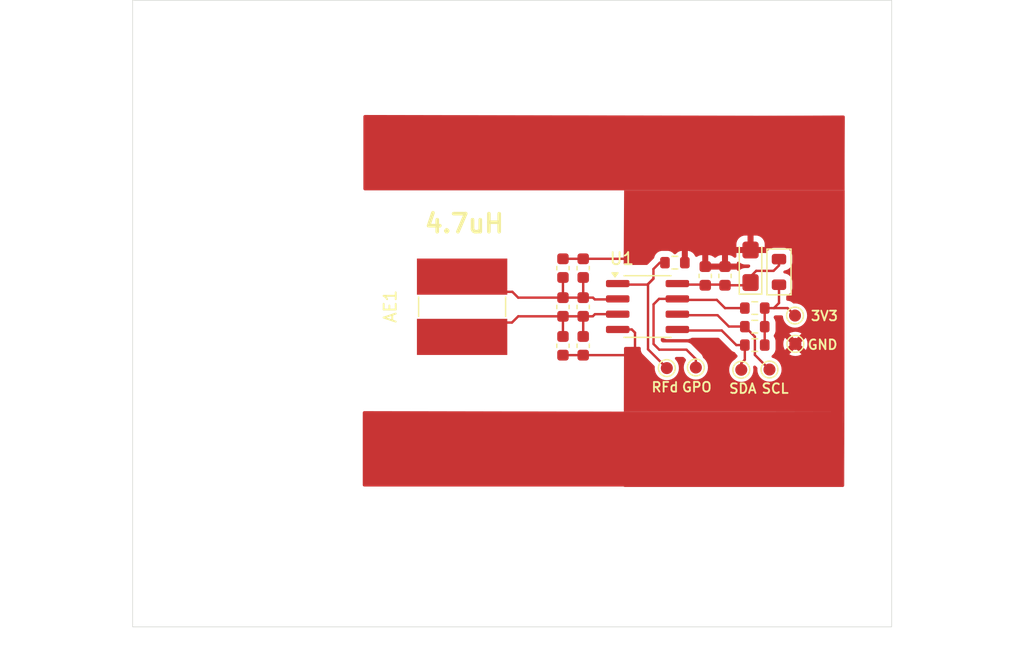
<source format=kicad_pcb>
(kicad_pcb (version 20240108) (generator "pcbnew") (generator_version "8.0")
  (layers (0 "F.Cu" signal) (31 "B.Cu" signal) (34 "B.Paste" user) (35 "F.Paste" user) (36 "B.SilkS" user "B.Silkscreen") (37 "F.SilkS" user "F.Silkscreen") (38 "B.Mask" user) (39 "F.Mask" user) (44 "Edge.Cuts" user))
  (net 0 "")
  (net 1 "/GPO")
  (net 2 "/SDA")
  (net 3 "Net-(U1-AC0)")
  (net 4 "/SCL")
  (net 5 "Net-(U1-AC1)")
  (net 6 "/GND")
  (net 7 "/3V3")
  (net 8 "Net-(U1-VCC)")
  (net 9 "/RFd")
  (footprint "Capacitor_SMD:C_0603_1608Metric" (layer "F.Cu") (at 133.717183 78.675263 -90)
    (property "Reference" "C6" (hide yes))
    (property "Value" "C")
    (fp_line (start -0.14058 0.51) (end 0.14058 0.51) (stroke (width 0.12)) (layer "F.SilkS"))
    (fp_line (start -0.14058 -0.51) (end 0.14058 -0.51) (stroke (width 0.12)) (layer "F.SilkS"))
    (pad "1" smd roundrect (at -0.775 0 270) (size 0.9 0.95) (layers "F.Cu" "F.Paste" "F.Mask") (net 5 "Net-(U1-AC1)"))
    (pad "2" smd roundrect (at 0.775 0 270) (size 0.9 0.95) (layers "F.Cu" "F.Paste" "F.Mask") (net 6 "/GND"))
  )
  (footprint "Capacitor_Tantalum_SMD:CP_EIA-3216-18_Kemet-A" (layer "F.Cu") (at 149.287183 72.075263 90)
    (property "Reference" "C1" (hide yes))
    (property "Value" "1u")
    (fp_line (start 1.6 -0.935) (end -2.31 -0.935) (stroke (width 0.12)) (layer "F.SilkS"))
    (fp_line (start -2.31 -0.935) (end -2.31 0.935) (stroke (width 0.12)) (layer "F.SilkS"))
    (fp_line (start -2.31 0.935) (end 1.6 0.935) (stroke (width 0.12)) (layer "F.SilkS"))
    (pad "1" smd roundrect (at -1.35 0 90) (size 1.4 1.35) (layers "F.Cu" "F.Paste" "F.Mask") (roundrect_rratio 0.185185) (net 8 "Net-(U1-VCC)"))
    (pad "2" smd roundrect (at 1.35 0 90) (size 1.4 1.35) (layers "F.Cu" "F.Paste" "F.Mask") (roundrect_rratio 0.185185) (net 6 "/GND"))
  )
  (footprint "TestPoint:TestPoint_Pad_D1.0mm" (layer "F.Cu") (at 153.007183 78.515263)
    (property "Reference" "GND" (at 2.26 0.07 0) (layer "F.SilkS") (effects (font (size 0.8 0.8))))
    (property "Value" "TestPoint_Pad_D1.0mm")
    (fp_circle (center 0 0) (end 0 0.7) (stroke (width 0.12)) (fill none) (layer "F.SilkS"))
    (pad "1" smd circle (at 0 0) (size 1 1) (layers "F.Cu" "F.Mask") (net 6 "/GND"))
  )
  (footprint "TestPoint:TestPoint_Pad_D1.0mm" (layer "F.Cu") (at 152.977183 76.165263)
    (property "Reference" "3V3" (at 2.44 0.03 0) (layer "F.SilkS") (effects (font (size 0.8 0.8))))
    (property "Value" "TestPoint_Pad_D1.0mm")
    (fp_circle (center 0 0) (end 0 0.7) (stroke (width 0.12)) (fill none) (layer "F.SilkS"))
    (pad "2" smd circle (at 0 0) (size 1 1) (layers "F.Cu" "F.Mask") (net 7 "/3V3"))
  )
  (footprint "Resistor_SMD:R_0603_1608Metric" (layer "F.Cu") (at 143.007183 71.775263)
    (property "Reference" "R4" (hide yes))
    (property "Value" "4k7")
    (fp_line (start -0.237258 -0.5225) (end 0.237258 -0.5225) (stroke (width 0.12)) (layer "F.SilkS"))
    (fp_line (start -0.237258 0.5225) (end 0.237258 0.5225) (stroke (width 0.12)) (layer "F.SilkS"))
    (pad "1" smd roundrect (at -0.825 0) (size 0.8 0.95) (layers "F.Cu" "F.Paste" "F.Mask") (net 9 "/RFd"))
    (pad "2" smd roundrect (at 0.825 0) (size 0.8 0.95) (layers "F.Cu" "F.Paste" "F.Mask") (net 6 "/GND"))
  )
  (footprint "TestPoint:TestPoint_Pad_D1.0mm" (layer "F.Cu") (at 148.517183 80.665263)
    (property "Reference" "SDA" (at 0.13 1.56 0) (layer "F.SilkS") (effects (font (size 0.8 0.8))))
    (property "Value" "TestPoint_Pad_D1.0mm")
    (fp_circle (center 0 0) (end 0 0.7) (stroke (width 0.12)) (fill none) (layer "F.SilkS"))
    (pad "3" smd circle (at 0 0) (size 1 1) (layers "F.Cu" "F.Mask") (net 2 "/SDA"))
  )
  (footprint "MountingHole:MountingHole_2.2mm_M2_ISO7380" (layer "F.Cu") (at 100 52)
    (property "Reference" "H1" (hide yes))
    (property "Value" "MountingHole_2.2mm_M2_ISO7380")
    (pad "" np_thru_hole circle (at 0 0) (size 2.2 2.2) (drill 2.2) (layers "*.Cu" "*.Mask"))
  )
  (footprint "Package_SO:SOIC-8_3.9x4.9mm_P1.27mm" (layer "F.Cu") (at 140.737183 75.415263)
    (property "Reference" "U1" (at -2.13 -3.97 0) (layer "F.SilkS"))
    (property "Value" "M24SR02-Y")
    (fp_line (start 0 -2.56) (end -1.95 -2.56) (stroke (width 0.12)) (layer "F.SilkS"))
    (fp_line (start 0 -2.56) (end 1.95 -2.56) (stroke (width 0.12)) (layer "F.SilkS"))
    (fp_line (start 0 2.56) (end -1.95 2.56) (stroke (width 0.12)) (layer "F.SilkS"))
    (fp_line (start 0 2.56) (end 1.95 2.56) (stroke (width 0.12)) (layer "F.SilkS"))
    (fp_poly (pts (xy -2.7 -2.465) (xy -2.94 -2.795) (xy -2.46 -2.795) (xy -2.7 -2.465)) (stroke (width 0.12)) (fill solid) (layer "F.SilkS"))
    (pad "1" smd roundrect (at -2.475 -1.905) (size 1.95 0.6) (layers "F.Cu" "F.Paste" "F.Mask") (net 9 "/RFd"))
    (pad "2" smd roundrect (at -2.475 -0.635) (size 1.95 0.6) (layers "F.Cu" "F.Paste" "F.Mask") (net 3 "Net-(U1-AC0)"))
    (pad "3" smd roundrect (at -2.475 0.635) (size 1.95 0.6) (layers "F.Cu" "F.Paste" "F.Mask") (net 5 "Net-(U1-AC1)"))
    (pad "4" smd roundrect (at -2.475 1.905) (size 1.95 0.6) (layers "F.Cu" "F.Paste" "F.Mask") (net 6 "/GND"))
    (pad "5" smd roundrect (at 2.475 1.905) (size 1.95 0.6) (layers "F.Cu" "F.Paste" "F.Mask") (net 2 "/SDA"))
    (pad "6" smd roundrect (at 2.475 0.635) (size 1.95 0.6) (layers "F.Cu" "F.Paste" "F.Mask") (net 4 "/SCL"))
    (pad "7" smd roundrect (at 2.475 -0.635) (size 1.95 0.6) (layers "F.Cu" "F.Paste" "F.Mask") (net 1 "/GPO"))
    (pad "8" smd roundrect (at 2.475 -1.905) (size 1.95 0.6) (layers "F.Cu" "F.Paste" "F.Mask") (net 8 "Net-(U1-VCC)"))
  )
  (footprint "MountingHole:MountingHole_2.2mm_M2_ISO7380" (layer "F.Cu") (at 159 100)
    (property "Reference" "H1" (hide yes))
    (property "Value" "MountingHole_2.2mm_M2_ISO7380")
    (pad "" np_thru_hole circle (at 0 0) (size 2.2 2.2) (drill 2.2) (layers "*.Cu" "*.Mask"))
  )
  (footprint "Capacitor_SMD:C_0603_1608Metric" (layer "F.Cu") (at 135.397183 78.675263 -90)
    (property "Reference" "C7" (hide yes))
    (property "Value" "C")
    (fp_line (start -0.14058 0.51) (end 0.14058 0.51) (stroke (width 0.12)) (layer "F.SilkS"))
    (fp_line (start -0.14058 -0.51) (end 0.14058 -0.51) (stroke (width 0.12)) (layer "F.SilkS"))
    (pad "1" smd roundrect (at -0.775 0 270) (size 0.9 0.95) (layers "F.Cu" "F.Paste" "F.Mask") (net 5 "Net-(U1-AC1)"))
    (pad "2" smd roundrect (at 0.775 0 270) (size 0.9 0.95) (layers "F.Cu" "F.Paste" "F.Mask") (net 6 "/GND"))
  )
  (footprint "Capacitor_SMD:C_0603_1608Metric" (layer "F.Cu") (at 133.717183 72.230263 90)
    (property "Reference" "C5" (hide yes))
    (property "Value" "C")
    (fp_line (start -0.14058 -0.51) (end 0.14058 -0.51) (stroke (width 0.12)) (layer "F.SilkS"))
    (fp_line (start -0.14058 0.51) (end 0.14058 0.51) (stroke (width 0.12)) (layer "F.SilkS"))
    (pad "1" smd roundrect (at -0.775 0 90) (size 0.9 0.95) (layers "F.Cu" "F.Paste" "F.Mask") (net 3 "Net-(U1-AC0)"))
    (pad "2" smd roundrect (at 0.775 0 90) (size 0.9 0.95) (layers "F.Cu" "F.Paste" "F.Mask") (net 6 "/GND"))
  )
  (footprint "Resistor_SMD:R_0603_1608Metric" (layer "F.Cu") (at 149.637183 75.545263 180)
    (property "Reference" "R3" (hide yes))
    (property "Value" "4k7")
    (fp_line (start -0.237258 0.5225) (end 0.237258 0.5225) (stroke (width 0.12)) (layer "F.SilkS"))
    (fp_line (start -0.237258 -0.5225) (end 0.237258 -0.5225) (stroke (width 0.12)) (layer "F.SilkS"))
    (pad "1" smd roundrect (at -0.825 0 180) (size 0.8 0.95) (layers "F.Cu" "F.Paste" "F.Mask") (net 7 "/3V3"))
    (pad "2" smd roundrect (at 0.825 0 180) (size 0.8 0.95) (layers "F.Cu" "F.Paste" "F.Mask") (net 1 "/GPO"))
  )
  (footprint "PCM_Ferrite_SMD_AKL:Ferrite_0805_2012Metric" (layer "F.Cu") (at 151.647183 72.545263 90)
    (property "Reference" "L1" (hide yes))
    (property "Value" "600ohm" (hide yes))
    (fp_line (start 1.9 -1) (end -1.9 -1) (stroke (width 0.12)) (layer "F.SilkS"))
    (fp_line (start -1.9 -1) (end -1.9 1) (stroke (width 0.12)) (layer "F.SilkS"))
    (fp_line (start 1.9 1) (end 1.9 -1) (stroke (width 0.12)) (layer "F.SilkS"))
    (fp_line (start -1.9 1) (end 1.9 1) (stroke (width 0.12)) (layer "F.SilkS"))
    (pad "1" smd roundrect (at -1.0625 0 90) (size 0.875 1.2) (layers "F.Cu" "F.Paste" "F.Mask") (net 7 "/3V3"))
    (pad "2" smd roundrect (at 1.0625 0 90) (size 0.875 1.2) (layers "F.Cu" "F.Paste" "F.Mask") (net 8 "Net-(U1-VCC)"))
  )
  (footprint "TestPoint:TestPoint_Pad_D1.0mm" (layer "F.Cu") (at 150.857183 80.645263)
    (property "Reference" "SCL" (at 0.47 1.58 0) (layer "F.SilkS") (effects (font (size 0.8 0.8))))
    (property "Value" "TestPoint_Pad_D1.0mm")
    (fp_circle (center 0 0) (end 0 0.7) (stroke (width 0.12)) (fill none) (layer "F.SilkS"))
    (pad "4" smd circle (at 0 0) (size 1 1) (layers "F.Cu" "F.Mask") (net 4 "/SCL"))
  )
  (footprint "TestPoint:TestPoint_Pad_D1.0mm" (layer "F.Cu") (at 142.337183 80.525263)
    (property "Reference" "RFd" (at -0.15 1.59 0) (layer "F.SilkS") (effects (font (size 0.8 0.8))))
    (property "Value" "TestPoint_Pad_D1.0mm")
    (fp_circle (center 0 0) (end 0 0.7) (stroke (width 0.12)) (fill none) (layer "F.SilkS"))
    (pad "6" smd circle (at 0 0) (size 1 1) (layers "F.Cu" "F.Mask") (net 9 "/RFd"))
  )
  (footprint "Capacitor_SMD:C_0603_1608Metric" (layer "F.Cu") (at 145.527183 72.875263 90)
    (property "Reference" "C3" (hide yes))
    (property "Value" "100p")
    (fp_line (start -0.14058 -0.51) (end 0.14058 -0.51) (stroke (width 0.12)) (layer "F.SilkS"))
    (fp_line (start -0.14058 0.51) (end 0.14058 0.51) (stroke (width 0.12)) (layer "F.SilkS"))
    (pad "1" smd roundrect (at -0.775 0 90) (size 0.9 0.95) (layers "F.Cu" "F.Paste" "F.Mask") (net 8 "Net-(U1-VCC)"))
    (pad "2" smd roundrect (at 0.775 0 90) (size 0.9 0.95) (layers "F.Cu" "F.Paste" "F.Mask") (net 6 "/GND"))
  )
  (footprint "MountingHole:MountingHole_2.2mm_M2_ISO7380" (layer "F.Cu") (at 100 100)
    (property "Reference" "H1" (hide yes))
    (property "Value" "MountingHole_2.2mm_M2_ISO7380")
    (pad "" np_thru_hole circle (at 0 0) (size 2.2 2.2) (drill 2.2) (layers "*.Cu" "*.Mask"))
  )
  (footprint "MountingHole:MountingHole_2.2mm_M2_ISO7380" (layer "F.Cu") (at 159 52)
    (property "Reference" "H1" (hide yes))
    (property "Value" "MountingHole_2.2mm_M2_ISO7380")
    (pad "" np_thru_hole circle (at 0 0) (size 2.2 2.2) (drill 2.2) (layers "*.Cu" "*.Mask"))
  )
  (footprint "Resistor_SMD:R_0603_1608Metric" (layer "F.Cu") (at 149.637183 77.085263 180)
    (property "Reference" "R2" (hide yes))
    (property "Value" "4k7")
    (fp_line (start -0.237258 0.5225) (end 0.237258 0.5225) (stroke (width 0.12)) (layer "F.SilkS"))
    (fp_line (start -0.237258 -0.5225) (end 0.237258 -0.5225) (stroke (width 0.12)) (layer "F.SilkS"))
    (pad "1" smd roundrect (at -0.825 0 180) (size 0.8 0.95) (layers "F.Cu" "F.Paste" "F.Mask") (net 7 "/3V3"))
    (pad "2" smd roundrect (at 0.825 0 180) (size 0.8 0.95) (layers "F.Cu" "F.Paste" "F.Mask") (net 4 "/SCL"))
  )
  (footprint "Capacitor_SMD:C_0603_1608Metric" (layer "F.Cu") (at 147.167183 72.875263 90)
    (property "Reference" "C2" (hide yes))
    (property "Value" "100n")
    (fp_line (start -0.14058 -0.51) (end 0.14058 -0.51) (stroke (width 0.12)) (layer "F.SilkS"))
    (fp_line (start -0.14058 0.51) (end 0.14058 0.51) (stroke (width 0.12)) (layer "F.SilkS"))
    (pad "1" smd roundrect (at -0.775 0 90) (size 0.9 0.95) (layers "F.Cu" "F.Paste" "F.Mask") (net 8 "Net-(U1-VCC)"))
    (pad "2" smd roundrect (at 0.775 0 90) (size 0.9 0.95) (layers "F.Cu" "F.Paste" "F.Mask") (net 6 "/GND"))
  )
  (footprint "Capacitor_SMD:C_0603_1608Metric" (layer "F.Cu") (at 133.717183 75.452763 -90)
    (property "Reference" "C9" (hide yes))
    (property "Value" "C")
    (fp_line (start -0.14058 0.51) (end 0.14058 0.51) (stroke (width 0.12)) (layer "F.SilkS"))
    (fp_line (start -0.14058 -0.51) (end 0.14058 -0.51) (stroke (width 0.12)) (layer "F.SilkS"))
    (pad "1" smd roundrect (at -0.775 0 270) (size 0.9 0.95) (layers "F.Cu" "F.Paste" "F.Mask") (net 3 "Net-(U1-AC0)"))
    (pad "2" smd roundrect (at 0.775 0 270) (size 0.9 0.95) (layers "F.Cu" "F.Paste" "F.Mask") (net 5 "Net-(U1-AC1)"))
  )
  (footprint "Inductor_SMD:L_Ferrocore_DLG-0703" (layer "F.Cu") (at 125.347183 75.435263 -90)
    (property "Reference" "AE1" (at -0.03 5.965706 90) (layer "F.SilkS"))
    (property "Value" "Antenna_Loop")
    (fp_line (start -0.8 3.61) (end 0.8 3.61) (stroke (width 0.12)) (layer "F.SilkS"))
    (fp_line (start -0.8 -3.61) (end 0.8 -3.61) (stroke (width 0.12)) (layer "F.SilkS"))
    (pad "1" smd rect (at -2.5 0 270) (size 3 7.5) (layers "F.Cu" "F.Paste" "F.Mask") (net 3 "Net-(U1-AC0)"))
    (pad "2" smd rect (at 2.5 0 270) (size 3 7.5) (layers "F.Cu" "F.Paste" "F.Mask") (net 5 "Net-(U1-AC1)"))
  )
  (footprint "Capacitor_SMD:C_0603_1608Metric" (layer "F.Cu") (at 135.397183 75.452763 -90)
    (property "Reference" "C8" (hide yes))
    (property "Value" "C")
    (fp_line (start -0.14058 0.51) (end 0.14058 0.51) (stroke (width 0.12)) (layer "F.SilkS"))
    (fp_line (start -0.14058 -0.51) (end 0.14058 -0.51) (stroke (width 0.12)) (layer "F.SilkS"))
    (pad "1" smd roundrect (at -0.775 0 270) (size 0.9 0.95) (layers "F.Cu" "F.Paste" "F.Mask") (net 3 "Net-(U1-AC0)"))
    (pad "2" smd roundrect (at 0.775 0 270) (size 0.9 0.95) (layers "F.Cu" "F.Paste" "F.Mask") (net 5 "Net-(U1-AC1)"))
  )
  (footprint "Capacitor_SMD:C_0603_1608Metric" (layer "F.Cu") (at 135.397183 72.230263 90)
    (property "Reference" "C4" (hide yes))
    (property "Value" "C")
    (fp_line (start -0.14058 -0.51) (end 0.14058 -0.51) (stroke (width 0.12)) (layer "F.SilkS"))
    (fp_line (start -0.14058 0.51) (end 0.14058 0.51) (stroke (width 0.12)) (layer "F.SilkS"))
    (pad "1" smd roundrect (at -0.775 0 90) (size 0.9 0.95) (layers "F.Cu" "F.Paste" "F.Mask") (net 3 "Net-(U1-AC0)"))
    (pad "2" smd roundrect (at 0.775 0 90) (size 0.9 0.95) (layers "F.Cu" "F.Paste" "F.Mask") (net 6 "/GND"))
  )
  (footprint "Resistor_SMD:R_0603_1608Metric" (layer "F.Cu") (at 149.637183 78.615263 180)
    (property "Reference" "R1" (hide yes))
    (property "Value" "4k7")
    (fp_line (start -0.237258 0.5225) (end 0.237258 0.5225) (stroke (width 0.12)) (layer "F.SilkS"))
    (fp_line (start -0.237258 -0.5225) (end 0.237258 -0.5225) (stroke (width 0.12)) (layer "F.SilkS"))
    (pad "1" smd roundrect (at -0.825 0 180) (size 0.8 0.95) (layers "F.Cu" "F.Paste" "F.Mask") (net 7 "/3V3"))
    (pad "2" smd roundrect (at 0.825 0 180) (size 0.8 0.95) (layers "F.Cu" "F.Paste" "F.Mask") (net 2 "/SDA"))
  )
  (footprint "TestPoint:TestPoint_Pad_D1.0mm" (layer "F.Cu") (at 144.747183 80.475263)
    (property "Reference" "GPO" (at 0.08 1.63 0) (layer "F.SilkS") (effects (font (size 0.8 0.8))))
    (property "Value" "TestPoint_Pad_D1.0mm")
    (fp_circle (center 0 0) (end 0 0.7) (stroke (width 0.12)) (fill none) (layer "F.SilkS"))
    (pad "5" smd circle (at 0 0) (size 1 1) (layers "F.Cu" "F.Mask") (net 1 "/GPO"))
  )
  (gr_rect (start 98 50) (end 161 102) (stroke (width 0.05)) (fill none) (layer "Edge.Cuts"))
  (gr_text "4.7uH" (at 122.087183 69.405263 0) (layer "F.SilkS") (effects (font (size 1.5 1.5) (thickness 0.3) (bold yes)) (justify left bottom)))
  (segment (start 146.487183 74.865263) (end 147.167183 75.545263) (width 0.2) (layer "F.Cu") (net 1))
  (segment (start 141.707183 78.995263) (end 143.967183 78.995263) (width 0.2) (layer "F.Cu") (net 1))
  (segment (start 141.237183 75.235263) (end 141.237183 78.525263) (width 0.2) (layer "F.Cu") (net 1))
  (segment (start 144.747183 79.775263) (end 144.747183 80.475263) (width 0.2) (layer "F.Cu") (net 1))
  (segment (start 141.692183 74.780263) (end 141.237183 75.235263) (width 0.2) (layer "F.Cu") (net 1))
  (segment (start 147.167183 75.545263) (end 148.812183 75.545263) (width 0.2) (layer "F.Cu") (net 1))
  (segment (start 143.212183 74.780263) (end 141.692183 74.780263) (width 0.2) (layer "F.Cu") (net 1))
  (segment (start 143.967183 78.995263) (end 144.747183 79.775263) (width 0.2) (layer "F.Cu") (net 1))
  (segment (start 141.237183 78.525263) (end 141.707183 78.995263) (width 0.2) (layer "F.Cu") (net 1))
  (segment (start 143.212183 74.865263) (end 146.487183 74.865263) (width 0.2) (layer "F.Cu") (net 1))
  (segment (start 148.517183 80.125263) (end 148.517183 80.665263) (width 0.2) (layer "F.Cu") (net 2))
  (segment (start 143.212183 77.405263) (end 146.897183 77.405263) (width 0.2) (layer "F.Cu") (net 2))
  (segment (start 148.812183 78.615263) (end 148.812183 79.830263) (width 0.2) (layer "F.Cu") (net 2))
  (segment (start 148.107183 78.615263) (end 148.812183 78.615263) (width 0.2) (layer "F.Cu") (net 2))
  (segment (start 146.897183 77.405263) (end 148.107183 78.615263) (width 0.2) (layer "F.Cu") (net 2))
  (segment (start 148.812183 79.830263) (end 148.517183 80.125263) (width 0.2) (layer "F.Cu") (net 2))
  (segment (start 136.357183 74.825263) (end 138.217183 74.825263) (width 0.2) (layer "F.Cu") (net 3))
  (segment (start 128.927183 74.195263) (end 129.517183 74.195263) (width 0.2) (layer "F.Cu") (net 3))
  (segment (start 136.209683 74.677763) (end 136.357183 74.825263) (width 0.2) (layer "F.Cu") (net 3))
  (segment (start 135.397183 74.677763) (end 136.209683 74.677763) (width 0.2) (layer "F.Cu") (net 3))
  (segment (start 133.717183 74.677763) (end 135.397183 74.677763) (width 0.2) (layer "F.Cu") (net 3))
  (segment (start 133.717183 74.677763) (end 133.717183 73.005263) (width 0.2) (layer "F.Cu") (net 3))
  (segment (start 125.347183 72.935263) (end 127.667183 72.935263) (width 0.2) (layer "F.Cu") (net 3))
  (segment (start 129.517183 74.195263) (end 129.999683 74.677763) (width 0.2) (layer "F.Cu") (net 3))
  (segment (start 138.217183 74.825263) (end 138.262183 74.780263) (width 0.2) (layer "F.Cu") (net 3))
  (segment (start 129.999683 74.677763) (end 133.717183 74.677763) (width 0.2) (layer "F.Cu") (net 3))
  (segment (start 135.397183 74.677763) (end 135.397183 73.005263) (width 0.2) (layer "F.Cu") (net 3))
  (segment (start 127.667183 72.935263) (end 128.927183 74.195263) (width 0.2) (layer "F.Cu") (net 3))
  (segment (start 150.857183 80.645263) (end 149.647183 79.435263) (width 0.2) (layer "F.Cu") (net 4))
  (segment (start 146.547183 76.135263) (end 143.212183 76.135263) (width 0.2) (layer "F.Cu") (net 4))
  (segment (start 149.647183 77.920263) (end 148.812183 77.085263) (width 0.2) (layer "F.Cu") (net 4))
  (segment (start 149.647183 79.435263) (end 149.647183 77.920263) (width 0.2) (layer "F.Cu") (net 4))
  (segment (start 148.812183 77.085263) (end 148.802183 77.075263) (width 0.2) (layer "F.Cu") (net 4))
  (segment (start 148.802183 77.075263) (end 147.487183 77.075263) (width 0.2) (layer "F.Cu") (net 4))
  (segment (start 147.487183 77.075263) (end 146.547183 76.135263) (width 0.2) (layer "F.Cu") (net 4))
  (segment (start 126.537183 76.745263) (end 125.347183 77.935263) (width 0.2) (layer "F.Cu") (net 5))
  (segment (start 135.397183 77.900263) (end 135.397183 76.227763) (width 0.2) (layer "F.Cu") (net 5))
  (segment (start 130.004683 76.227763) (end 129.487183 76.745263) (width 0.2) (layer "F.Cu") (net 5))
  (segment (start 133.717183 76.227763) (end 130.004683 76.227763) (width 0.2) (layer "F.Cu") (net 5))
  (segment (start 136.372183 76.050263) (end 138.262183 76.050263) (width 0.2) (layer "F.Cu") (net 5))
  (segment (start 133.717183 76.227763) (end 135.397183 76.227763) (width 0.2) (layer "F.Cu") (net 5))
  (segment (start 133.717183 76.227763) (end 133.717183 77.900263) (width 0.2) (layer "F.Cu") (net 5))
  (segment (start 129.487183 76.745263) (end 126.537183 76.745263) (width 0.2) (layer "F.Cu") (net 5))
  (segment (start 136.194683 76.227763) (end 136.372183 76.050263) (width 0.2) (layer "F.Cu") (net 5))
  (segment (start 135.397183 76.227763) (end 136.194683 76.227763) (width 0.2) (layer "F.Cu") (net 5))
  (segment (start 139.432183 77.320263) (end 138.262183 77.320263) (width 0.2) (layer "F.Cu") (net 6))
  (segment (start 135.397183 79.450263) (end 139.332183 79.450263) (width 0.2) (layer "F.Cu") (net 6))
  (segment (start 139.697183 79.115263) (end 139.697183 77.585263) (width 0.2) (layer "F.Cu") (net 6))
  (segment (start 139.697183 77.585263) (end 139.432183 77.320263) (width 0.2) (layer "F.Cu") (net 6))
  (segment (start 135.397183 71.455263) (end 139.247183 71.455263) (width 0.2) (layer "F.Cu") (net 6))
  (segment (start 139.332183 79.450263) (end 139.347183 79.465263) (width 0.2) (layer "F.Cu") (net 6))
  (segment (start 133.717183 79.450263) (end 135.397183 79.450263) (width 0.2) (layer "F.Cu") (net 6))
  (segment (start 138.262183 77.320263) (end 138.287183 77.295263) (width 0.2) (layer "F.Cu") (net 6))
  (segment (start 133.717183 71.455263) (end 135.397183 71.455263) (width 0.2) (layer "F.Cu") (net 6))
  (segment (start 139.347183 79.465263) (end 139.697183 79.115263) (width 0.2) (layer "F.Cu") (net 6))
  (segment (start 150.462183 78.615263) (end 150.462183 77.085263) (width 0.2) (layer "F.Cu") (net 7))
  (segment (start 151.227183 75.545263) (end 151.647183 75.125263) (width 0.2) (layer "F.Cu") (net 7))
  (segment (start 150.462183 77.085263) (end 150.462183 75.545263) (width 0.2) (layer "F.Cu") (net 7))
  (segment (start 150.392183 78.295263) (end 150.362183 78.265263) (width 0.2) (layer "F.Cu") (net 7))
  (segment (start 152.977183 76.165263) (end 152.357183 75.545263) (width 0.2) (layer "F.Cu") (net 7))
  (segment (start 150.462183 75.545263) (end 151.227183 75.545263) (width 0.2) (layer "F.Cu") (net 7))
  (segment (start 150.442183 78.305263) (end 150.392183 78.355263) (width 0.2) (layer "F.Cu") (net 7))
  (segment (start 151.647183 75.125263) (end 151.647183 73.607763) (width 0.2) (layer "F.Cu") (net 7))
  (segment (start 152.357183 75.545263) (end 151.227183 75.545263) (width 0.2) (layer "F.Cu") (net 7))
  (segment (start 147.457183 73.595263) (end 147.557183 73.595263) (width 0.2) (layer "F.Cu") (net 8))
  (segment (start 145.827183 73.595263) (end 147.457183 73.595263) (width 0.2) (layer "F.Cu") (net 8))
  (segment (start 147.167183 73.650263) (end 149.062183 73.650263) (width 0.2) (layer "F.Cu") (net 8))
  (segment (start 149.287183 73.425263) (end 149.287183 72.925263) (width 0.2) (layer "F.Cu") (net 8))
  (segment (start 149.757183 72.455263) (end 151.197183 72.455263) (width 0.2) (layer "F.Cu") (net 8))
  (segment (start 151.197183 72.455263) (end 151.647183 72.005263) (width 0.2) (layer "F.Cu") (net 8))
  (segment (start 149.287183 72.925263) (end 149.757183 72.455263) (width 0.2) (layer "F.Cu") (net 8))
  (segment (start 149.062183 73.650263) (end 149.287183 73.425263) (width 0.2) (layer "F.Cu") (net 8))
  (segment (start 151.647183 72.005263) (end 151.647183 71.482763) (width 0.2) (layer "F.Cu") (net 8))
  (segment (start 143.212183 73.595263) (end 145.827183 73.595263) (width 0.2) (layer "F.Cu") (net 8))
  (segment (start 142.337183 80.525263) (end 140.777183 78.965263) (width 0.2) (layer "F.Cu") (net 9))
  (segment (start 138.262183 73.595263) (end 140.737183 73.595263) (width 0.2) (layer "F.Cu") (net 9))
  (segment (start 140.737183 73.595263) (end 141.227183 73.105263) (width 0.2) (layer "F.Cu") (net 9))
  (segment (start 141.227183 72.305263) (end 141.757183 71.775263) (width 0.2) (layer "F.Cu") (net 9))
  (segment (start 141.227183 73.105263) (end 141.227183 72.305263) (width 0.2) (layer "F.Cu") (net 9))
  (segment (start 140.777183 78.965263) (end 140.777183 73.555263) (width 0.2) (layer "F.Cu") (net 9))
  (segment (start 141.757183 71.775263) (end 142.182183 71.775263) (width 0.2) (layer "F.Cu") (net 9))
  (segment (start 140.777183 73.555263) (end 141.227183 73.105263) (width 0.2) (layer "F.Cu") (net 9))
  (zone (net 6) (net_name "/GND") (layer "F.Cu") (priority 1) (connect_pads (clearance 0.5)) (min_thickness 0.25) (fill yes (thermal_gap 0.5) (thermal_bridge_width 0.5))
    (polygon (pts (xy 157.04 59.59) (xy 117.151477 59.517387) (xy 117.151477 65.775263) (xy 157.07726 65.775263)))
  )
  (zone (net 6) (net_name "/GND") (layer "F.Cu") (connect_pads (clearance 0.5)) (min_thickness 0.25) (fill yes (thermal_gap 0.5) (thermal_bridge_width 0.5))
    (polygon (pts (xy 138.755215 71.965263) (xy 140.777183 71.965263) (xy 140.847183 78.755263) (xy 138.784058 78.765263) (xy 138.752661 90.395263) (xy 157.063593 90.395263) (xy 157.11175 59.550021) (xy 138.831511 59.61705)))
  )
  (zone (net 6) (net_name "/GND") (layer "F.Cu") (priority 1) (connect_pads (clearance 0.5)) (min_thickness 0.25) (fill yes (thermal_gap 0.5) (thermal_bridge_width 0.5))
    (polygon (pts (xy 156.99 84.17) (xy 117.101477 84.097387) (xy 117.101477 90.355263) (xy 157.02726 90.355263)))
  )
)
</source>
